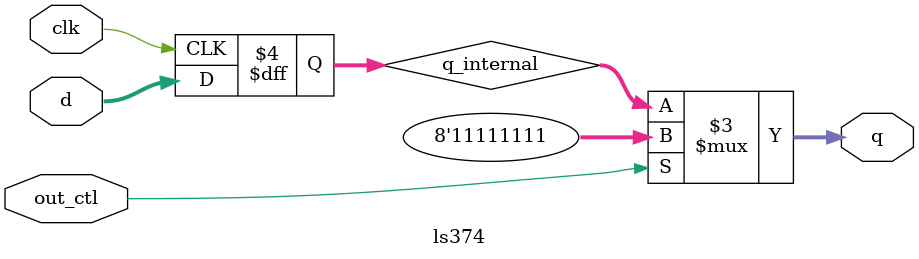
<source format=sv>

/*         _____________
         _|             |_
out_ctl |_|1          20|_| VCC
         _|             |_                     
q(0)    |_|2          19|_| q(7)
         _|             |_
d(0)    |_|3          18|_| d(7)
         _|             |_
d(1)    |_|4          17|_| d(6)
         _|             |_
q(1)    |_|5          16|_| q(6)
         _|             |_
q(2)    |_|6          15|_| q(5)
         _|             |_
d(2)    |_|7          14|_| d(5)
         _|             |_
d(3)    |_|8          13|_| d(4)
         _|             |_
q(3)    |_|9          12|_| q(4)
         _|             |_
GND     |_|10         11|_| clk
          |_____________|
*/

module ls374
(
	input  [7:0] d,
	input        clk,
	input        out_ctl,
	output [7:0] q
);

wire [7:0] q_internal;

always_ff @(posedge clk) begin
	q_internal <= d;
end

assign q = !out_ctl ? q_internal : 8'hFF; //Should be Z when out_ctl is high

endmodule

</source>
